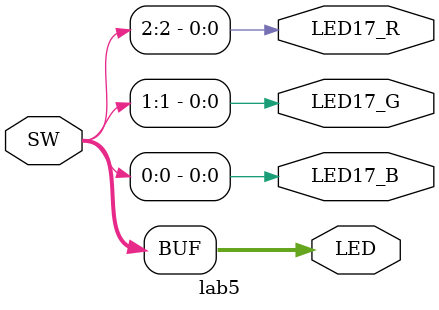
<source format=v>
`timescale 1ns / 1ps


module lab5(
    input [3:0] SW,
     output [3:0] LED,
     output LED17_B,
     output LED17_G,
     output LED17_R
    );
    
    assign LED[0] = SW[0];
    assign LED[1] = SW[1];
    assign LED[2] = SW[2];
    assign LED[3] = SW[3];
    
    assign LED17_B = SW[0];
    assign LED17_G = SW[1];
    assign LED17_R = SW[2];
    
endmodule

</source>
